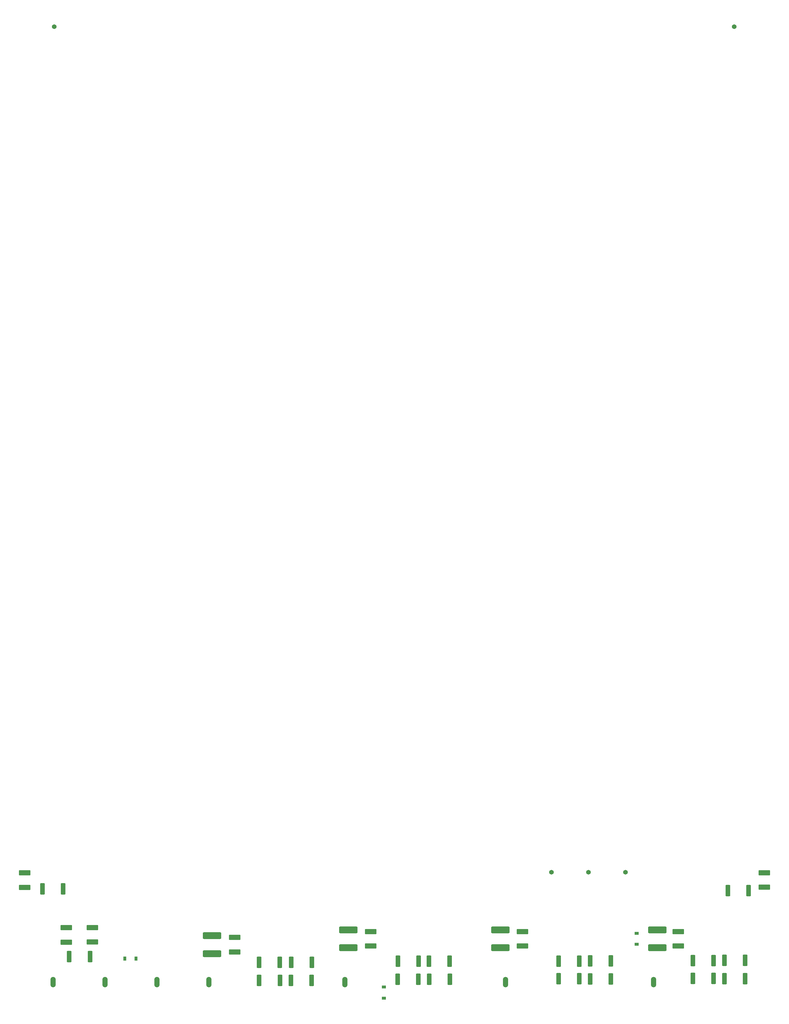
<source format=gbr>
G04 #@! TF.GenerationSoftware,KiCad,Pcbnew,(6.0.4-0)*
G04 #@! TF.CreationDate,2023-02-10T11:36:12-08:00*
G04 #@! TF.ProjectId,stripline_anode,73747269-706c-4696-9e65-5f616e6f6465,1a*
G04 #@! TF.SameCoordinates,Original*
G04 #@! TF.FileFunction,Paste,Bot*
G04 #@! TF.FilePolarity,Positive*
%FSLAX46Y46*%
G04 Gerber Fmt 4.6, Leading zero omitted, Abs format (unit mm)*
G04 Created by KiCad (PCBNEW (6.0.4-0)) date 2023-02-10 11:36:12*
%MOMM*%
%LPD*%
G01*
G04 APERTURE LIST*
G04 Aperture macros list*
%AMRoundRect*
0 Rectangle with rounded corners*
0 $1 Rounding radius*
0 $2 $3 $4 $5 $6 $7 $8 $9 X,Y pos of 4 corners*
0 Add a 4 corners polygon primitive as box body*
4,1,4,$2,$3,$4,$5,$6,$7,$8,$9,$2,$3,0*
0 Add four circle primitives for the rounded corners*
1,1,$1+$1,$2,$3*
1,1,$1+$1,$4,$5*
1,1,$1+$1,$6,$7*
1,1,$1+$1,$8,$9*
0 Add four rect primitives between the rounded corners*
20,1,$1+$1,$2,$3,$4,$5,0*
20,1,$1+$1,$4,$5,$6,$7,0*
20,1,$1+$1,$6,$7,$8,$9,0*
20,1,$1+$1,$8,$9,$2,$3,0*%
G04 Aperture macros list end*
%ADD10RoundRect,0.249999X-0.450001X-1.425001X0.450001X-1.425001X0.450001X1.425001X-0.450001X1.425001X0*%
%ADD11RoundRect,0.249999X0.450001X1.425001X-0.450001X1.425001X-0.450001X-1.425001X0.450001X-1.425001X0*%
%ADD12RoundRect,0.250000X1.450000X-0.537500X1.450000X0.537500X-1.450000X0.537500X-1.450000X-0.537500X0*%
%ADD13R,1.200000X0.900000*%
%ADD14R,0.900000X1.200000*%
%ADD15RoundRect,0.250000X-1.450000X0.537500X-1.450000X-0.537500X1.450000X-0.537500X1.450000X0.537500X0*%
%ADD16RoundRect,0.600000X0.162000X-0.900000X0.162000X0.900000X-0.162000X0.900000X-0.162000X-0.900000X0*%
%ADD17RoundRect,0.249999X-2.450001X0.737501X-2.450001X-0.737501X2.450001X-0.737501X2.450001X0.737501X0*%
%ADD18C,1.371600*%
G04 APERTURE END LIST*
D10*
X322943500Y-394895500D03*
X329043500Y-394895500D03*
D11*
X184643500Y-388320500D03*
X178543500Y-388320500D03*
D12*
X383668500Y-367883000D03*
X383668500Y-363608000D03*
D13*
X271368500Y-400595500D03*
X271368500Y-397295500D03*
D10*
X362543500Y-394820500D03*
X368643500Y-394820500D03*
X284668500Y-389670500D03*
X290768500Y-389670500D03*
X275493500Y-389720500D03*
X281593500Y-389720500D03*
D14*
X198243500Y-388945500D03*
X194943500Y-388945500D03*
D15*
X185368500Y-379758000D03*
X185368500Y-384033000D03*
D12*
X227318500Y-386958000D03*
X227318500Y-382683000D03*
D16*
X204426832Y-395895500D03*
D10*
X332243500Y-389620500D03*
X338343500Y-389620500D03*
X322968500Y-389695500D03*
X329068500Y-389695500D03*
X332243500Y-394920500D03*
X338343500Y-394920500D03*
X234593500Y-395395500D03*
X240693500Y-395395500D03*
X243968500Y-395395500D03*
X250068500Y-395395500D03*
D17*
X220693500Y-382183000D03*
X220693500Y-387458000D03*
D12*
X267468500Y-385233000D03*
X267468500Y-380958000D03*
D16*
X350943500Y-395870500D03*
X189110166Y-395895500D03*
D17*
X305793500Y-380458000D03*
X305793500Y-385733000D03*
D10*
X362543500Y-389495500D03*
X368643500Y-389495500D03*
D18*
X342708500Y-363420500D03*
D17*
X352068500Y-380458000D03*
X352068500Y-385733000D03*
D10*
X372893500Y-368870500D03*
X378993500Y-368870500D03*
D16*
X259893500Y-395870500D03*
D10*
X371868500Y-389470500D03*
X377968500Y-389470500D03*
D17*
X260843500Y-380458000D03*
X260843500Y-385733000D03*
D15*
X177693500Y-379808000D03*
X177693500Y-384083000D03*
D16*
X307318500Y-395870500D03*
D10*
X244018500Y-390070500D03*
X250118500Y-390070500D03*
D18*
X331763500Y-363420500D03*
D12*
X165343500Y-367933000D03*
X165343500Y-363658000D03*
D10*
X371868500Y-394870500D03*
X377968500Y-394870500D03*
D18*
X174068500Y-113945500D03*
D10*
X234543500Y-390020500D03*
X240643500Y-390020500D03*
D16*
X219743500Y-395895500D03*
D18*
X320818500Y-363420500D03*
D16*
X173793500Y-395895500D03*
D13*
X345943500Y-381445500D03*
X345943500Y-384745500D03*
D11*
X176718500Y-368320500D03*
X170618500Y-368320500D03*
D10*
X275478500Y-395070500D03*
X281578500Y-395070500D03*
D12*
X358268500Y-385233000D03*
X358268500Y-380958000D03*
X312243500Y-385233000D03*
X312243500Y-380958000D03*
D10*
X284768500Y-394995500D03*
X290868500Y-394995500D03*
D18*
X374743500Y-113945500D03*
M02*

</source>
